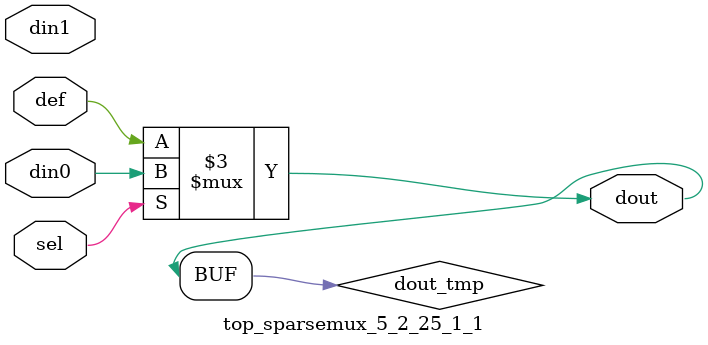
<source format=v>
`timescale 1ns / 1ps

module top_sparsemux_5_2_25_1_1 (din0,din1,def,sel,dout);

parameter din0_WIDTH = 1;

parameter din1_WIDTH = 1;

parameter def_WIDTH = 1;
parameter sel_WIDTH = 1;
parameter dout_WIDTH = 1;

parameter [sel_WIDTH-1:0] CASE0 = 1;

parameter [sel_WIDTH-1:0] CASE1 = 1;

parameter ID = 1;
parameter NUM_STAGE = 1;



input [din0_WIDTH-1:0] din0;

input [din1_WIDTH-1:0] din1;

input [def_WIDTH-1:0] def;
input [sel_WIDTH-1:0] sel;

output [dout_WIDTH-1:0] dout;



reg [dout_WIDTH-1:0] dout_tmp;

always @ (*) begin
case (sel)
    
    CASE0 : dout_tmp = din0;
    
    CASE1 : dout_tmp = din1;
    
    default : dout_tmp = def;
endcase
end


assign dout = dout_tmp;



endmodule

</source>
